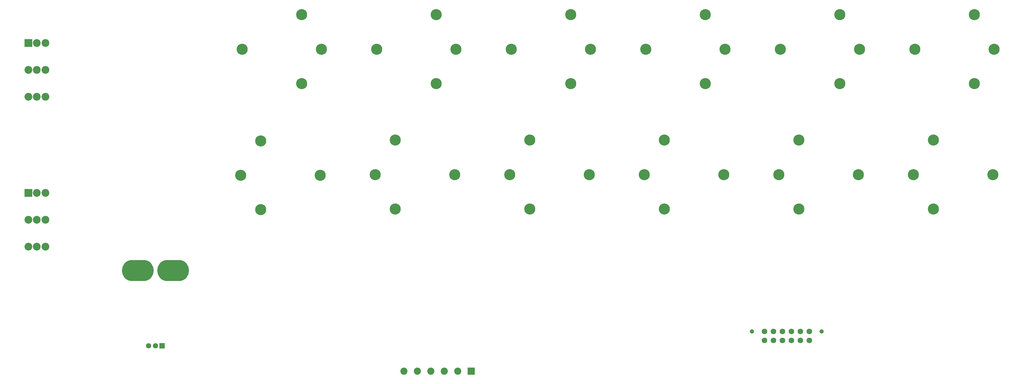
<source format=gbs>
%TF.GenerationSoftware,KiCad,Pcbnew,(5.1.7)-1*%
%TF.CreationDate,2021-03-15T08:37:38+01:00*%
%TF.ProjectId,SuperCap Small,53757065-7243-4617-9020-536d616c6c2e,rev?*%
%TF.SameCoordinates,Original*%
%TF.FileFunction,Soldermask,Bot*%
%TF.FilePolarity,Negative*%
%FSLAX46Y46*%
G04 Gerber Fmt 4.6, Leading zero omitted, Abs format (unit mm)*
G04 Created by KiCad (PCBNEW (5.1.7)-1) date 2021-03-15 08:37:38*
%MOMM*%
%LPD*%
G01*
G04 APERTURE LIST*
%ADD10C,3.150000*%
%ADD11C,2.025000*%
%ADD12R,2.025000X2.025000*%
%ADD13O,9.000000X6.000000*%
%ADD14R,1.500000X1.500000*%
%ADD15C,1.500000*%
%ADD16C,0.800000*%
%ADD17C,2.200000*%
%ADD18R,2.200000X2.200000*%
%ADD19C,1.605000*%
%ADD20C,1.230000*%
G04 APERTURE END LIST*
D10*
%TO.C,C28*%
X276246000Y-125222000D03*
X259396000Y-134972000D03*
X259396000Y-115472000D03*
X253746000Y-125222000D03*
%TD*%
%TO.C,C34*%
X390546000Y-125222000D03*
X373696000Y-134972000D03*
X373696000Y-115472000D03*
X368046000Y-125222000D03*
%TD*%
%TO.C,C25*%
X177906000Y-89662000D03*
X194756000Y-79912000D03*
X194756000Y-99412000D03*
X200406000Y-89662000D03*
%TD*%
%TO.C,C33*%
X330306000Y-89662000D03*
X347156000Y-79912000D03*
X347156000Y-99412000D03*
X352806000Y-89662000D03*
%TD*%
%TO.C,C32*%
X352446000Y-125222000D03*
X335596000Y-134972000D03*
X335596000Y-115472000D03*
X329946000Y-125222000D03*
%TD*%
%TO.C,C31*%
X292206000Y-89662000D03*
X309056000Y-79912000D03*
X309056000Y-99412000D03*
X314706000Y-89662000D03*
%TD*%
%TO.C,C27*%
X216006000Y-89662000D03*
X232856000Y-79912000D03*
X232856000Y-99412000D03*
X238506000Y-89662000D03*
%TD*%
%TO.C,C24*%
X200046000Y-125422000D03*
X183196000Y-135172000D03*
X183196000Y-115672000D03*
X177546000Y-125422000D03*
%TD*%
D11*
%TO.C,J1*%
X223750000Y-181000000D03*
X227560000Y-181000000D03*
X231370000Y-181000000D03*
X235180000Y-181000000D03*
X238990000Y-181000000D03*
D12*
X242800000Y-181000000D03*
%TD*%
D10*
%TO.C,C30*%
X314346000Y-125222000D03*
X297496000Y-134972000D03*
X297496000Y-115472000D03*
X291846000Y-125222000D03*
%TD*%
D13*
%TO.C,U1*%
X158360000Y-152400000D03*
X148360000Y-152400000D03*
D14*
X155270000Y-173800000D03*
D15*
X151450000Y-173800000D03*
X153360000Y-173800000D03*
G36*
G01*
X154579047Y-151407477D02*
X154579047Y-151407477D01*
G75*
G02*
X154772523Y-151939047I-169047J-362523D01*
G01*
X154772523Y-151939047D01*
G75*
G02*
X154240953Y-152132523I-362523J169047D01*
G01*
X154240953Y-152132523D01*
G75*
G02*
X154047477Y-151600953I169047J362523D01*
G01*
X154047477Y-151600953D01*
G75*
G02*
X154579047Y-151407477I362523J-169047D01*
G01*
G37*
G36*
G01*
X154579047Y-153392523D02*
X154579047Y-153392523D01*
G75*
G02*
X154047477Y-153199047I-169047J362523D01*
G01*
X154047477Y-153199047D01*
G75*
G02*
X154240953Y-152667477I362523J169047D01*
G01*
X154240953Y-152667477D01*
G75*
G02*
X154772523Y-152860953I169047J-362523D01*
G01*
X154772523Y-152860953D01*
G75*
G02*
X154579047Y-153392523I-362523J-169047D01*
G01*
G37*
D16*
X155160000Y-154060000D03*
X155160000Y-150740000D03*
X162310000Y-151770000D03*
X162310000Y-153030000D03*
X161560000Y-154060000D03*
X161560000Y-150740000D03*
X157690000Y-154450000D03*
X159030000Y-154450000D03*
X156360000Y-154450000D03*
X160360000Y-154450000D03*
X157690000Y-150350000D03*
X159030000Y-150350000D03*
X160360000Y-150350000D03*
X156360000Y-150350000D03*
X151560000Y-154060000D03*
X151560000Y-150740000D03*
G36*
G01*
X152479047Y-152667477D02*
X152479047Y-152667477D01*
G75*
G02*
X152672523Y-153199047I-169047J-362523D01*
G01*
X152672523Y-153199047D01*
G75*
G02*
X152140953Y-153392523I-362523J169047D01*
G01*
X152140953Y-153392523D01*
G75*
G02*
X151947477Y-152860953I169047J362523D01*
G01*
X151947477Y-152860953D01*
G75*
G02*
X152479047Y-152667477I362523J-169047D01*
G01*
G37*
G36*
G01*
X152479047Y-152132523D02*
X152479047Y-152132523D01*
G75*
G02*
X151947477Y-151939047I-169047J362523D01*
G01*
X151947477Y-151939047D01*
G75*
G02*
X152140953Y-151407477I362523J169047D01*
G01*
X152140953Y-151407477D01*
G75*
G02*
X152672523Y-151600953I169047J-362523D01*
G01*
X152672523Y-151600953D01*
G75*
G02*
X152479047Y-152132523I-362523J-169047D01*
G01*
G37*
X145160000Y-154060000D03*
X145160000Y-150740000D03*
X144410000Y-151770000D03*
X146360000Y-154450000D03*
X147690000Y-154450000D03*
X149030000Y-154450000D03*
X150360000Y-154450000D03*
X146360000Y-150350000D03*
X147690000Y-150350000D03*
X149030000Y-150350000D03*
X150360000Y-150350000D03*
X144410000Y-153030000D03*
%TD*%
D10*
%TO.C,C26*%
X238146000Y-125222000D03*
X221296000Y-134972000D03*
X221296000Y-115472000D03*
X215646000Y-125222000D03*
%TD*%
%TO.C,C29*%
X254106000Y-89662000D03*
X270956000Y-79912000D03*
X270956000Y-99412000D03*
X276606000Y-89662000D03*
%TD*%
%TO.C,C35*%
X368406000Y-89662000D03*
X385256000Y-79912000D03*
X385256000Y-99412000D03*
X390906000Y-89662000D03*
%TD*%
D17*
%TO.C,J4*%
X122240000Y-145640000D03*
X119800000Y-145640000D03*
X117360000Y-145640000D03*
X122240000Y-138020000D03*
X119800000Y-138020000D03*
X117360000Y-138020000D03*
X122240000Y-130400000D03*
X119800000Y-130400000D03*
D18*
X117360000Y-130400000D03*
%TD*%
%TO.C,J3*%
X117360000Y-87900000D03*
D17*
X119800000Y-87900000D03*
X122240000Y-87900000D03*
X117360000Y-95520000D03*
X119800000Y-95520000D03*
X122240000Y-95520000D03*
X117360000Y-103140000D03*
X119800000Y-103140000D03*
X122240000Y-103140000D03*
%TD*%
D19*
%TO.C,J2*%
X338565000Y-169725000D03*
X336025000Y-169725000D03*
X333485000Y-169725000D03*
X330945000Y-169725000D03*
X328405000Y-169725000D03*
X325865000Y-169725000D03*
X338565000Y-172265000D03*
X336025000Y-172265000D03*
X333485000Y-172265000D03*
X330945000Y-172265000D03*
X328405000Y-172265000D03*
X325865000Y-172265000D03*
D20*
X342025000Y-169725000D03*
X322305000Y-169725000D03*
%TD*%
M02*

</source>
